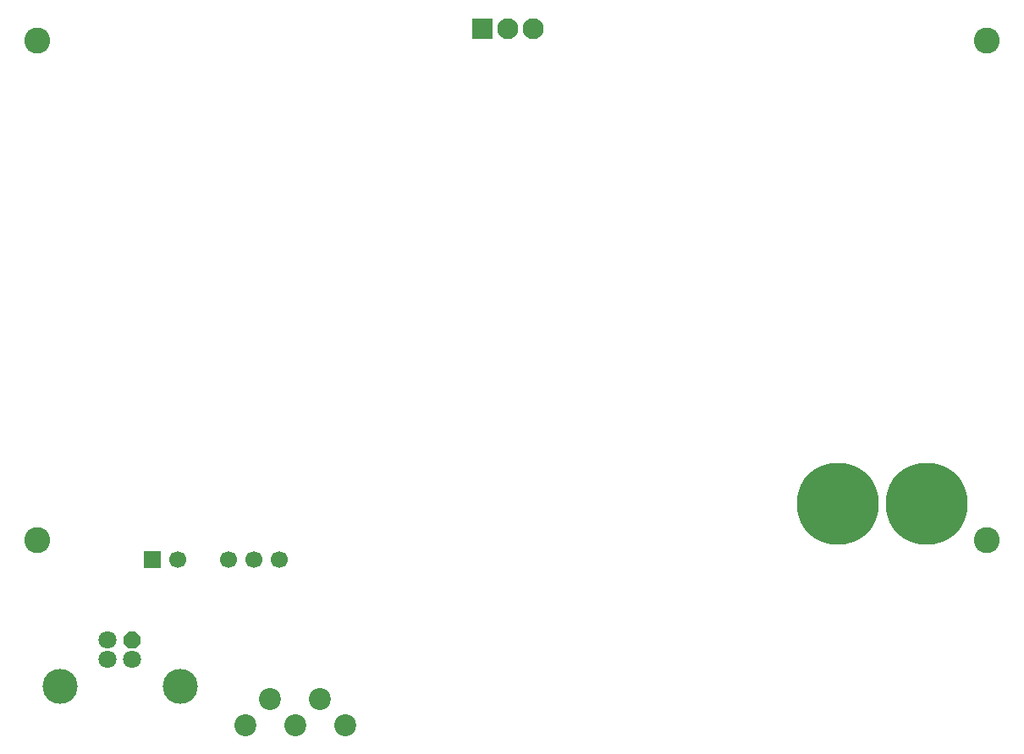
<source format=gbs>
G04 DipTrace 2.3.1.0*
%INreloadpro_BottomMask.gbs*%
%MOIN*%
%ADD49C,0.1024*%
%ADD62C,0.0866*%
%ADD63C,0.0669*%
%ADD65R,0.0669X0.0669*%
%ADD73C,0.0827*%
%ADD74R,0.0827X0.0827*%
%ADD79C,0.3228*%
%ADD81C,0.1378*%
%ADD83C,0.0709*%
%FSLAX44Y44*%
G04*
G70*
G90*
G75*
G01*
%LNBotMask*%
%LPD*%
G36*
X8798Y9512D2*
X8525D1*
X8331Y9706D1*
Y9979D1*
X8525Y10173D1*
X8798D1*
X8992Y9979D1*
Y9706D1*
X8798Y9512D1*
G37*
D83*
X7677Y9843D3*
Y9055D3*
X8661D3*
D81*
X5799Y7988D3*
X10539D3*
D79*
X36437Y15187D3*
X39937D3*
D74*
X22437Y33937D3*
D73*
X23437D3*
X24437D3*
D65*
X9449Y12992D3*
D63*
X10449D3*
X12449D3*
X13449D3*
X14449D3*
D62*
X13101Y6474D3*
X14085Y7498D3*
X15070Y6474D3*
X16054Y7498D3*
X17038Y6474D3*
D49*
X4921Y13780D3*
Y33465D3*
X42323D3*
Y13780D3*
M02*

</source>
